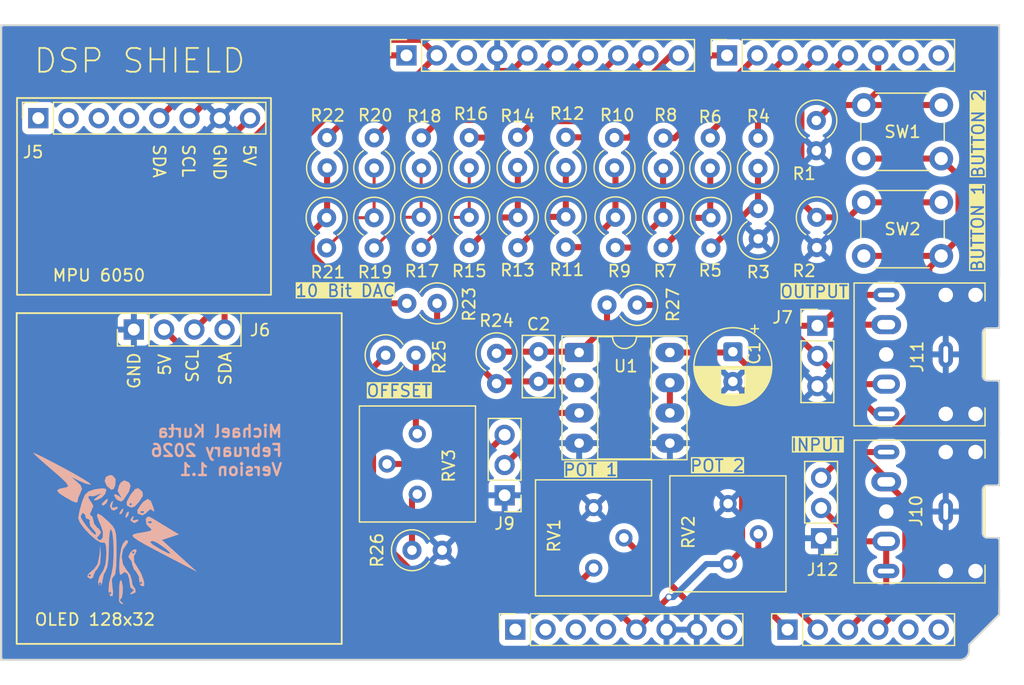
<source format=kicad_pcb>
(kicad_pcb (version 20241229) (generator "pcbnew") (generator_version "9.0")
  (title_block (date "mar. 31 mars 2015"))
  (layers (0 "F.Cu" signal) (2 "B.Cu" power) (13 "F.Paste" user) (15 "B.Paste" user) (5 "F.SilkS" user "F.Silkscreen") (7 "B.SilkS" user "B.Silkscreen") (1 "F.Mask" user) (3 "B.Mask" user) (25 "Edge.Cuts" user))
  (net 0 "")
  (net 1 "GND")
  (net 3 "+5V")
  (net 4 "/IOREF")
  (net 5 "/A0")
  (net 6 "/A1")
  (net 7 "/SDA{slash}A4")
  (net 8 "/SCL{slash}A5")
  (net 9 "/AREF")
  (net 10 "/TX{slash}1")
  (net 11 "/RX{slash}0")
  (net 12 "+3V3")
  (net 13 "VCC")
  (net 14 "/~{RESET}")
  (net 15 "/SCL")
  (net 16 "/SDA")
  (net 17 "Net-(U1B--)")
  (net 18 "Net-(R26-Pad1)")
  (net 19 "Net-(R25-Pad2)")
  (net 20 "Net-(R21-Pad1)")
  (net 21 "/BT1")
  (net 22 "/BT2")
  (net 23 "Net-(R19-Pad1)")
  (net 24 "Net-(R17-Pad1)")
  (net 25 "/D7")
  (net 26 "/D8")
  (net 27 "/D9")
  (net 28 "/D6")
  (net 29 "/D4")
  (net 30 "/D5")
  (net 31 "/IN_RIGHT")
  (net 32 "/IN_LEFT")
  (net 33 "/D3")
  (net 34 "/D2")
  (net 35 "/D0")
  (net 36 "/D1")
  (net 37 "Net-(R15-Pad1)")
  (net 38 "Net-(R13-Pad1)")
  (net 39 "Net-(R11-Pad1)")
  (net 40 "Net-(R10-Pad1)")
  (net 41 "Net-(R7-Pad1)")
  (net 42 "Net-(R5-Pad1)")
  (net 43 "Net-(R3-Pad2)")
  (net 44 "Net-(J9-Pin_2)")
  (net 45 "Net-(J9-Pin_3)")
  (net 46 "/AUDIO_OUT")
  (net 47 "Net-(U1A--)")
  (net 48 "Net-(C2-Pad2)")
  (footprint "Connector_PinSocket_2.54mm:PinSocket_1x08_P2.54mm_Vertical" (layer "F.Cu") (at 127.94 97.46 90)
    (property "Reference" "J1" (hide yes))
    (property "Value" "Power")
    (pad "1" thru_hole rect (at 0 0 90) (size 1.7 1.7) (drill 1) (layers "*.Cu" "*.Mask"))
    (pad "2" thru_hole oval (at 0 2.54 90) (size 1.7 1.7) (drill 1) (layers "*.Cu" "*.Mask") (net 4 "/IOREF"))
    (pad "3" thru_hole oval (at 0 5.08 90) (size 1.7 1.7) (drill 1) (layers "*.Cu" "*.Mask") (net 14 "/~{RESET}"))
    (pad "4" thru_hole oval (at 0 7.62 90) (size 1.7 1.7) (drill 1) (layers "*.Cu" "*.Mask") (net 12 "+3V3"))
    (pad "5" thru_hole oval (at 0 10.16 90) (size 1.7 1.7) (drill 1) (layers "*.Cu" "*.Mask") (net 3 "+5V"))
    (pad "6" thru_hole oval (at 0 12.7 90) (size 1.7 1.7) (drill 1) (layers "*.Cu" "*.Mask") (net 1 "GND"))
    (pad "7" thru_hole oval (at 0 15.24 90) (size 1.7 1.7) (drill 1) (layers "*.Cu" "*.Mask") (net 1 "GND"))
    (pad "8" thru_hole oval (at 0 17.78 90) (size 1.7 1.7) (drill 1) (layers "*.Cu" "*.Mask") (net 13 "VCC"))
  )
  (footprint "Connector_PinSocket_2.54mm:PinSocket_1x06_P2.54mm_Vertical" (layer "F.Cu") (at 150.8 97.46 90)
    (property "Reference" "J3" (hide yes))
    (property "Value" "Analog")
    (pad "1" thru_hole rect (at 0 0 90) (size 1.7 1.7) (drill 1) (layers "*.Cu" "*.Mask") (net 5 "/A0"))
    (pad "2" thru_hole oval (at 0 2.54 90) (size 1.7 1.7) (drill 1) (layers "*.Cu" "*.Mask") (net 6 "/A1"))
    (pad "3" thru_hole oval (at 0 5.08 90) (size 1.7 1.7) (drill 1) (layers "*.Cu" "*.Mask") (net 31 "/IN_RIGHT"))
    (pad "4" thru_hole oval (at 0 7.62 90) (size 1.7 1.7) (drill 1) (layers "*.Cu" "*.Mask") (net 32 "/IN_LEFT"))
    (pad "5" thru_hole oval (at 0 10.16 90) (size 1.7 1.7) (drill 1) (layers "*.Cu" "*.Mask") (net 7 "/SDA{slash}A4"))
    (pad "6" thru_hole oval (at 0 12.7 90) (size 1.7 1.7) (drill 1) (layers "*.Cu" "*.Mask") (net 8 "/SCL{slash}A5"))
  )
  (footprint "Connector_PinSocket_2.54mm:PinSocket_1x10_P2.54mm_Vertical" (layer "F.Cu") (at 118.796 49.2 90)
    (property "Reference" "J2" (hide yes))
    (property "Value" "Digital/PWM")
    (pad "1" thru_hole rect (at 0 0 90) (size 1.7 1.7) (drill 1) (layers "*.Cu" "*.Mask") (net 15 "/SCL"))
    (pad "2" thru_hole oval (at 0 2.54 90) (size 1.7 1.7) (drill 1) (layers "*.Cu" "*.Mask") (net 16 "/SDA"))
    (pad "3" thru_hole oval (at 0 5.08 90) (size 1.7 1.7) (drill 1) (layers "*.Cu" "*.Mask") (net 9 "/AREF"))
    (pad "4" thru_hole oval (at 0 7.62 90) (size 1.7 1.7) (drill 1) (layers "*.Cu" "*.Mask") (net 1 "GND"))
    (pad "5" thru_hole oval (at 0 10.16 90) (size 1.7 1.7) (drill 1) (layers "*.Cu" "*.Mask") (net 27 "/D9"))
    (pad "6" thru_hole oval (at 0 12.7 90) (size 1.7 1.7) (drill 1) (layers "*.Cu" "*.Mask") (net 26 "/D8"))
    (pad "7" thru_hole oval (at 0 15.24 90) (size 1.7 1.7) (drill 1) (layers "*.Cu" "*.Mask") (net 25 "/D7"))
    (pad "8" thru_hole oval (at 0 17.78 90) (size 1.7 1.7) (drill 1) (layers "*.Cu" "*.Mask") (net 28 "/D6"))
    (pad "9" thru_hole oval (at 0 20.32 90) (size 1.7 1.7) (drill 1) (layers "*.Cu" "*.Mask") (net 30 "/D5"))
    (pad "10" thru_hole oval (at 0 22.86 90) (size 1.7 1.7) (drill 1) (layers "*.Cu" "*.Mask") (net 29 "/D4"))
  )
  (footprint "Connector_PinSocket_2.54mm:PinSocket_1x08_P2.54mm_Vertical" (layer "F.Cu") (at 145.72 49.2 90)
    (property "Reference" "J4" (hide yes))
    (property "Value" "Digital/PWM")
    (pad "1" thru_hole rect (at 0 0 90) (size 1.7 1.7) (drill 1) (layers "*.Cu" "*.Mask") (net 33 "/D3"))
    (pad "2" thru_hole oval (at 0 2.54 90) (size 1.7 1.7) (drill 1) (layers "*.Cu" "*.Mask") (net 34 "/D2"))
    (pad "3" thru_hole oval (at 0 5.08 90) (size 1.7 1.7) (drill 1) (layers "*.Cu" "*.Mask") (net 36 "/D1"))
    (pad "4" thru_hole oval (at 0 7.62 90) (size 1.7 1.7) (drill 1) (layers "*.Cu" "*.Mask") (net 35 "/D0"))
    (pad "5" thru_hole oval (at 0 10.16 90) (size 1.7 1.7) (drill 1) (layers "*.Cu" "*.Mask") (net 22 "/BT2"))
    (pad "6" thru_hole oval (at 0 12.7 90) (size 1.7 1.7) (drill 1) (layers "*.Cu" "*.Mask") (net 21 "/BT1"))
    (pad "7" thru_hole oval (at 0 15.24 90) (size 1.7 1.7) (drill 1) (layers "*.Cu" "*.Mask") (net 10 "/TX{slash}1"))
    (pad "8" thru_hole oval (at 0 17.78 90) (size 1.7 1.7) (drill 1) (layers "*.Cu" "*.Mask") (net 11 "/RX{slash}0"))
  )
  (footprint "Resistor_THT:R_Axial_DIN0309_L9.0mm_D3.2mm_P2.54mm_Vertical" (layer "F.Cu") (at 136.35 62.81 -90)
    (property "Reference" "R9" (at 4.52 -0.33 180) (layer "F.SilkS"))
    (property "Value" "10k")
    (pad "1" thru_hole circle (at 0 0 270) (size 1.6 1.6) (drill 0.8) (layers "*.Cu" "*.Mask") (net 40 "Net-(R10-Pad1)"))
    (pad "2" thru_hole circle (at 2.54 0 270) (size 1.6 1.6) (drill 0.8) (layers "*.Cu" "*.Mask") (net 41 "Net-(R7-Pad1)"))
  )
  (footprint "Resistor_THT:R_Axial_DIN0309_L9.0mm_D3.2mm_P2.54mm_Vertical" (layer "F.Cu") (at 128.15 62.82 -90)
    (property "Reference" "R13" (at 4.44 0.02 180) (layer "F.SilkS"))
    (property "Value" "10k")
    (pad "1" thru_hole circle (at 0 0 270) (size 1.6 1.6) (drill 0.8) (layers "*.Cu" "*.Mask") (net 38 "Net-(R13-Pad1)"))
    (pad "2" thru_hole circle (at 2.54 0 270) (size 1.6 1.6) (drill 0.8) (layers "*.Cu" "*.Mask") (net 39 "Net-(R11-Pad1)"))
  )
  (footprint "Resistor_THT:R_Axial_DIN0309_L9.0mm_D3.2mm_P2.54mm_Vertical" (layer "F.Cu") (at 128.13 58.62 90)
    (property "Reference" "R14" (at 4.33 0 180) (layer "F.SilkS"))
    (property "Value" "20k")
    (pad "1" thru_hole circle (at 0 0 90) (size 1.6 1.6) (drill 0.8) (layers "*.Cu" "*.Mask") (net 38 "Net-(R13-Pad1)"))
    (pad "2" thru_hole circle (at 2.54 0 90) (size 1.6 1.6) (drill 0.8) (layers "*.Cu" "*.Mask") (net 30 "/D5"))
  )
  (footprint "Resistor_THT:R_Axial_DIN0309_L9.0mm_D3.2mm_P2.54mm_Vertical" (layer "F.Cu") (at 120.05 58.67 90)
    (property "Reference" "R18" (at 4.36 0.24 180) (layer "F.SilkS"))
    (property "Value" "20k")
    (pad "1" thru_hole circle (at 0 0 90) (size 1.6 1.6) (drill 0.8) (layers "*.Cu" "*.Mask") (net 24 "Net-(R17-Pad1)"))
    (pad "2" thru_hole circle (at 2.54 0 90) (size 1.6 1.6) (drill 0.8) (layers "*.Cu" "*.Mask") (net 25 "/D7"))
  )
  (footprint "Resistor_THT:R_Axial_DIN0309_L9.0mm_D3.2mm_P2.54mm_Vertical" (layer "F.Cu") (at 148.32 58.69 90)
    (property "Reference" "R4" (at 4.38 0.03 180) (layer "F.SilkS"))
    (property "Value" "20k")
    (pad "1" thru_hole circle (at 0 0 90) (size 1.6 1.6) (drill 0.8) (layers "*.Cu" "*.Mask") (net 43 "Net-(R3-Pad2)"))
    (pad "2" thru_hole circle (at 2.54 0 90) (size 1.6 1.6) (drill 0.8) (layers "*.Cu" "*.Mask") (net 35 "/D0"))
  )
  (footprint "Resistor_THT:R_Axial_DIN0309_L9.0mm_D3.2mm_P2.54mm_Vertical" (layer "F.Cu") (at 124.07 62.81 -90)
    (property "Reference" "R15" (at 4.52 0 180) (layer "F.SilkS"))
    (property "Value" "10k")
    (pad "1" thru_hole circle (at 0 0 270) (size 1.6 1.6) (drill 0.8) (layers "*.Cu" "*.Mask") (net 37 "Net-(R15-Pad1)"))
    (pad "2" thru_hole circle (at 2.54 0 270) (size 1.6 1.6) (drill 0.8) (layers "*.Cu" "*.Mask") (net 38 "Net-(R13-Pad1)"))
  )
  (footprint "Resistor_THT:R_Axial_DIN0309_L9.0mm_D3.2mm_P2.54mm_Vertical" (layer "F.Cu") (at 116.08 62.84 -90)
    (property "Reference" "R19" (at 4.58 -0.08 180) (layer "F.SilkS"))
    (property "Value" "10k")
    (pad "1" thru_hole circle (at 0 0 270) (size 1.6 1.6) (drill 0.8) (layers "*.Cu" "*.Mask") (net 23 "Net-(R19-Pad1)"))
    (pad "2" thru_hole circle (at 2.54 0 270) (size 1.6 1.6) (drill 0.8) (layers "*.Cu" "*.Mask") (net 24 "Net-(R17-Pad1)"))
  )
  (footprint "Capacitor_THT:C_Disc_D5.0mm_W2.5mm_P2.50mm" (layer "F.Cu") (at 129.89 76.6 90)
    (property "Reference" "C2" (at 4.81 0 0) (layer "F.SilkS"))
    (property "Value" "100pF")
    (pad "1" thru_hole circle (at 0 0 90) (size 1.6 1.6) (drill 0.8) (layers "*.Cu" "*.Mask") (net 47 "Net-(U1A--)"))
    (pad "2" thru_hole circle (at 2.5 0 90) (size 1.6 1.6) (drill 0.8) (layers "*.Cu" "*.Mask") (net 48 "Net-(C2-Pad2)"))
  )
  (footprint "Resistor_THT:R_Axial_DIN0309_L9.0mm_D3.2mm_P2.54mm_Vertical" (layer "F.Cu") (at 140.35 62.82 -90)
    (property "Reference" "R7" (at 4.51 -0.18 180) (layer "F.SilkS"))
    (property "Value" "10k")
    (pad "1" thru_hole circle (at 0 0 270) (size 1.6 1.6) (drill 0.8) (layers "*.Cu" "*.Mask") (net 41 "Net-(R7-Pad1)"))
    (pad "2" thru_hole circle (at 2.54 0 270) (size 1.6 1.6) (drill 0.8) (layers "*.Cu" "*.Mask") (net 42 "Net-(R5-Pad1)"))
  )
  (footprint "Resistor_THT:R_Axial_DIN0309_L9.0mm_D3.2mm_P2.54mm_Vertical" (layer "F.Cu") (at 112.09 62.84 -90)
    (property "Reference" "R21" (at 4.58 -0.1 180) (layer "F.SilkS"))
    (property "Value" "10k")
    (pad "1" thru_hole circle (at 0 0 270) (size 1.6 1.6) (drill 0.8) (layers "*.Cu" "*.Mask") (net 20 "Net-(R21-Pad1)"))
    (pad "2" thru_hole circle (at 2.54 0 270) (size 1.6 1.6) (drill 0.8) (layers "*.Cu" "*.Mask") (net 23 "Net-(R19-Pad1)"))
  )
  (footprint "Button_Switch_THT:SW_PUSH_6mm" (layer "F.Cu") (at 163.71 66.05 180)
    (property "Reference" "SW2" (at 3.25 2.25 0) (layer "F.SilkS"))
    (property "Value" "BT_2")
    (pad "1" thru_hole circle (at 0 0 270) (size 2 2) (drill 1.1) (layers "*.Cu" "*.Mask") (net 3 "+5V"))
    (pad "1" thru_hole circle (at 6.5 0 270) (size 2 2) (drill 1.1) (layers "*.Cu" "*.Mask") (net 3 "+5V"))
    (pad "2" thru_hole circle (at 0 4.5 270) (size 2 2) (drill 1.1) (layers "*.Cu" "*.Mask") (net 22 "/BT2"))
    (pad "2" thru_hole circle (at 6.5 4.5 270) (size 2 2) (drill 1.1) (layers "*.Cu" "*.Mask") (net 22 "/BT2"))
  )
  (footprint "Resistor_THT:R_Axial_DIN0309_L9.0mm_D3.2mm_P2.54mm_Vertical" (layer "F.Cu") (at 116.09 58.67 90)
    (property "Reference" "R20" (at 4.44 0.09 180) (layer "F.SilkS"))
    (property "Value" "20k")
    (pad "1" thru_hole circle (at 0 0 90) (size 1.6 1.6) (drill 0.8) (layers "*.Cu" "*.Mask") (net 23 "Net-(R19-Pad1)"))
    (pad "2" thru_hole circle (at 2.54 0 90) (size 1.6 1.6) (drill 0.8) (layers "*.Cu" "*.Mask") (net 26 "/D8"))
  )
  (footprint "Resistor_THT:R_Axial_DIN0309_L9.0mm_D3.2mm_P2.54mm_Vertical" (layer "F.Cu") (at 144.31 58.68 90)
    (property "Reference" "R6" (at 4.3 0 180) (layer "F.SilkS"))
    (property "Value" "20k")
    (pad "1" thru_hole circle (at 0 0 90) (size 1.6 1.6) (drill 0.8) (layers "*.Cu" "*.Mask") (net 42 "Net-(R5-Pad1)"))
    (pad "2" thru_hole circle (at 2.54 0 90) (size 1.6 1.6) (drill 0.8) (layers "*.Cu" "*.Mask") (net 36 "/D1"))
  )
  (footprint "Connector_PinHeader_2.54mm:PinHeader_1x03_P2.54mm_Vertical" (layer "F.Cu") (at 153.31 71.92)
    (property "Reference" "J7" (at -2.923 -0.695 0) (layer "F.SilkS"))
    (property "Value" "AUDIO_OUT")
    (pad "1" thru_hole rect (at 0 0) (size 1.7 1.7) (drill 1) (layers "*.Cu" "*.Mask") (net 46 "/AUDIO_OUT"))
    (pad "2" thru_hole circle (at 0 2.54) (size 1.7 1.7) (drill 1) (layers "*.Cu" "*.Mask") (net 46 "/AUDIO_OUT"))
    (pad "3" thru_hole circle (at 0 5.08) (size 1.7 1.7) (drill 1) (layers "*.Cu" "*.Mask") (net 1 "GND"))
  )
  (footprint "Resistor_THT:R_Axial_DIN0309_L9.0mm_D3.2mm_P2.54mm_Vertical" (layer "F.Cu") (at 136.27 58.65 90)
    (property "Reference" "R10" (at 4.43 0.23 180) (layer "F.SilkS"))
    (property "Value" "20k")
    (pad "1" thru_hole circle (at 0 0 90) (size 1.6 1.6) (drill 0.8) (layers "*.Cu" "*.Mask") (net 40 "Net-(R10-Pad1)"))
    (pad "2" thru_hole circle (at 2.54 0 90) (size 1.6 1.6) (drill 0.8) (layers "*.Cu" "*.Mask") (net 33 "/D3"))
  )
  (footprint "Connector_PinSocket_2.54mm:PinSocket_1x08_P2.54mm_Vertical" (layer "F.Cu") (at 87.877 54.475 90)
    (property "Reference" "J5" (at -2.85 -0.44 0) (layer "F.SilkS"))
    (property "Value" "IMU_CONN")
    (pad "1" thru_hole rect (at 0 0 90) (size 1.7 1.7) (drill 1) (layers "*.Cu" "*.Mask"))
    (pad "2" thru_hole circle (at 0 2.54 90) (size 1.7 1.7) (drill 1) (layers "*.Cu" "*.Mask"))
    (pad "3" thru_hole circle (at 0 5.08 90) (size 1.7 1.7) (drill 1) (layers "*.Cu" "*.Mask"))
    (pad "4" thru_hole circle (at 0 7.62 90) (size 1.7 1.7) (drill 1) (layers "*.Cu" "*.Mask"))
    (pad "5" thru_hole circle (at 0 10.16 90) (size 1.7 1.7) (drill 1) (layers "*.Cu" "*.Mask") (net 16 "/SDA"))
    (pad "6" thru_hole circle (at 0 12.7 90) (size 1.7 1.7) (drill 1) (layers "*.Cu" "*.Mask") (net 15 "/SCL"))
    (pad "7" thru_hole circle (at 0 15.24 90) (size 1.7 1.7) (drill 1) (layers "*.Cu" "*.Mask") (net 1 "GND"))
    (pad "8" thru_hole circle (at 0 17.78 90) (size 1.7 1.7) (drill 1) (layers "*.Cu" "*.Mask") (net 3 "+5V"))
  )
  (footprint "Resistor_THT:R_Axial_DIN0309_L9.0mm_D3.2mm_P2.54mm_Vertical" (layer "F.Cu") (at 119.26 90.79)
    (property "Reference" "R26" (at -2.93 0 90) (layer "F.SilkS"))
    (property "Value" "20k")
    (pad "1" thru_hole circle (at 0 0) (size 1.6 1.6) (drill 0.8) (layers "*.Cu" "*.Mask") (net 18 "Net-(R26-Pad1)"))
    (pad "2" thru_hole circle (at 2.54 0) (size 1.6 1.6) (drill 0.8) (layers "*.Cu" "*.Mask") (net 1 "GND"))
  )
  (footprint "Connector_Audio:Jack_3.5mm_CUI_SJ1-3525N_Horizontal" (layer "F.Cu") (at 164.09 74.33 90)
    (property "Reference" "J11" (at -0.19 -2.4 90) (layer "F.SilkS"))
    (property "Value" "AudioJack5")
    (fp_line (start 1.8 3.1) (end -1.8 3.1) (stroke (width 0.12)) (layer "Edge.Cuts"))
    (fp_line (start 2.2 3.5) (end 2.2 4.5) (stroke (width 0.12)) (layer "Edge.Cuts"))
    (fp_line (start -2.2 3.5) (end -2.2 4.5) (stroke (width 0.12)) (layer "Edge.Cuts"))
    (fp_line (start 2.2 4.5) (end 6.5 4.5) (stroke (width 0.12)) (layer "Edge.Cuts"))
    (fp_line (start -2.2 4.5) (end -6.5 4.5) (stroke (width 0.12)) (layer "Edge.Cuts"))
    (fp_arc (start 1.8 3.1) (mid 2.082843 3.217157) (end 2.2 3.5) (stroke (width 0.12)) (layer "Edge.Cuts"))
    (fp_arc (start -2.2 3.5) (mid -2.082842 3.217158) (end -1.8 3.1) (stroke (width 0.12)) (layer "Edge.Cuts"))
    (pad "" np_thru_hole circle (at -5 0 90) (size 1.2 1.2) (drill 1.2) (layers "*.Cu" "*.Mask"))
    (pad "" np_thru_hole circle (at -5 2.5 90) (size 1.2 1.2) (drill 1.2) (layers "*.Cu" "*.Mask"))
    (pad "" np_thru_hole circle (at 0 -5 90) (size 1.2 1.2) (drill 1.2) (layers "*.Cu" "*.Mask"))
    (pad "" np_thru_hole circle (at 5 0 90) (size 1.2 1.2) (drill 1.2) (layers "*.Cu" "*.Mask"))
    (pad "" np_thru_hole circle (at 5 2.5 90) (size 1.2 1.2) (drill 1.2) (layers "*.Cu" "*.Mask"))
    (pad "R" thru_hole oval (at -5 -5 90) (size 1.2 2.2) (drill oval 0.4 1.4) (layers "*.Cu" "*.Mask") (net 46 "/AUDIO_OUT"))
    (pad "RN" thru_hole oval (at -2.5 -5 90) (size 1.6 2.3) (drill oval 0.8 1.5) (layers "*.Cu" "*.Mask") (net 46 "/AUDIO_OUT"))
    (pad "S" thru_hole oval (at 0 0 90) (size 2.2 1.2) (drill oval 1.4 0.4) (layers "*.Cu" "*.Mask") (net 1 "GND"))
    (pad "T" thru_hole oval (at 5 -5 270) (size 1.2 2.2) (drill oval 0.4 1.4) (layers "*.Cu" "*.Mask") (net 46 "/AUDIO_OUT"))
    (pad "TN" thru_hole oval (at 2.5 -5 270) (size 1.6 2.5) (drill oval 0.8 1.5) (layers "*.Cu" "*.Mask") (net 46 "/AUDIO_OUT"))
  )
  (footprint "Resistor_THT:R_Axial_DIN0309_L9.0mm_D3.2mm_P2.54mm_Vertical" (layer "F.Cu") (at 144.37 62.85 -90)
    (property "Reference" "R5" (at 4.43 0.06 0) (layer "F.SilkS"))
    (property "Value" "10k")
    (pad "1" thru_hole circle (at 0 0 270) (size 1.6 1.6) (drill 0.8) (layers "*.Cu" "*.Mask") (net 42 "Net-(R5-Pad1)"))
    (pad "2" thru_hole circle (at 2.54 0 270) (size 1.6 1.6) (drill 0.8) (layers "*.Cu" "*.Mask") (net 43 "Net-(R3-Pad2)"))
  )
  (footprint "Capacitor_THT:CP_Radial_D6.3mm_P2.50mm" (layer "F.Cu") (at 146.21 74.10762 -90)
    (property "Reference" "C1" (at 0.112985 -1.793255 90) (layer "F.SilkS"))
    (property "Value" "47uF")
    (pad "1" thru_hole roundrect (at 0 0 270) (size 1.6 1.6) (drill 0.8) (layers "*.Cu" "*.Mask") (roundrect_rratio 0.15625) (net 3 "+5V"))
    (pad "2" thru_hole circle (at 2.5 0 270) (size 1.6 1.6) (drill 0.8) (layers "*.Cu" "*.Mask") (net 1 "GND"))
  )
  (footprint "Resistor_THT:R_Axial_DIN0309_L9.0mm_D3.2mm_P2.54mm_Vertical" (layer "F.Cu") (at 126.36 74.24 -90)
    (property "Reference" "R24" (at -2.74 0 0) (layer "F.SilkS"))
    (property "Value" "20k")
    (pad "1" thru_hole circle (at 0 0 270) (size 1.6 1.6) (drill 0.8) (layers "*.Cu" "*.Mask") (net 48 "Net-(C2-Pad2)"))
    (pad "2" thru_hole circle (at 2.54 0 270) (size 1.6 1.6) (drill 0.8) (layers "*.Cu" "*.Mask") (net 47 "Net-(U1A--)"))
  )
  (footprint "Resistor_THT:R_Axial_DIN0309_L9.0mm_D3.2mm_P2.54mm_Vertical" (layer "F.Cu") (at 132.18 58.62 90)
    (property "Reference" "R12" (at 4.53 0.11 180) (layer "F.SilkS"))
    (property "Value" "20k")
    (pad "1" thru_hole circle (at 0 0 90) (size 1.6 1.6) (drill 0.8) (layers "*.Cu" "*.Mask") (net 39 "Net-(R11-Pad1)"))
    (pad "2" thru_hole circle (at 2.54 0 90) (size 1.6 1.6) (drill 0.8) (layers "*.Cu" "*.Mask") (net 29 "/D4"))
  )
  (footprint "Button_Switch_THT:SW_PUSH_6mm" (layer "F.Cu") (at 163.71 57.87 180)
    (property "Reference" "SW1" (at 3.25 2.25 0) (layer "F.SilkS"))
    (property "Value" "BT_1")
    (pad "1" thru_hole circle (at 0 0 270) (size 2 2) (drill 1.1) (layers "*.Cu" "*.Mask") (net 3 "+5V"))
    (pad "1" thru_hole circle (at 6.5 0 270) (size 2 2) (drill 1.1) (layers "*.Cu" "*.Mask") (net 3 "+5V"))
    (pad "2" thru_hole circle (at 0 4.5 270) (size 2 2) (drill 1.1) (layers "*.Cu" "*.Mask") (net 21 "/BT1"))
    (pad "2" thru_hole circle (at 6.5 4.5 270) (size 2 2) (drill 1.1) (layers "*.Cu" "*.Mask") (net 21 "/BT1"))
  )
  (footprint "Resistor_THT:R_Axial_DIN0309_L9.0mm_D3.2mm_P2.54mm_Vertical" (layer "F.Cu") (at 132.18 62.77 -90)
    (property "Reference" "R11" (at 4.45 -0.09 180) (layer "F.SilkS"))
    (property "Value" "10k")
    (pad "1" thru_hole circle (at 0 0 270) (size 1.6 1.6) (drill 0.8) (layers "*.Cu" "*.Mask") (net 39 "Net-(R11-Pad1)"))
    (pad "2" thru_hole circle (at 2.54 0 270) (size 1.6 1.6) (drill 0.8) (layers "*.Cu" "*.Mask") (net 40 "Net-(R10-Pad1)"))
  )
  (footprint "Resistor_THT:R_Axial_DIN0309_L9.0mm_D3.2mm_P2.54mm_Vertical" (layer "F.Cu") (at 112.13 58.65 90)
    (property "Reference" "R22" (at 4.4 0.04 180) (layer "F.SilkS"))
    (property "Value" "20k")
    (pad "1" thru_hole circle (at 0 0 90) (size 1.6 1.6) (drill 0.8) (layers "*.Cu" "*.Mask") (net 20 "Net-(R21-Pad1)"))
    (pad "2" thru_hole circle (at 2.54 0 90) (size 1.6 1.6) (drill 0.8) (layers "*.Cu" "*.Mask") (net 27 "/D9"))
  )
  (footprint "Connector_PinHeader_2.54mm:PinHeader_1x03_P2.54mm_Vertical" (layer "F.Cu") (at 153.62 89.78 180)
    (property "Reference" "J12" (at -0.13 -2.64 0) (layer "F.SilkS"))
    (property "Value" "AUDIO_IN")
    (pad "1" thru_hole rect (at 0 0 180) (size 1.7 1.7) (drill 1) (layers "*.Cu" "*.Mask") (net 1 "GND"))
    (pad "2" thru_hole circle (at 0 2.54 180) (size 1.7 1.7) (drill 1) (layers "*.Cu" "*.Mask") (net 31 "/IN_RIGHT"))
    (pad "3" thru_hole circle (at 0 5.08 180) (size 1.7 1.7) (drill 1) (layers "*.Cu" "*.Mask") (net 32 "/IN_LEFT"))
  )
  (footprint "Resistor_THT:R_Axial_DIN0309_L9.0mm_D3.2mm_P2.54mm_Vertical" (layer "F.Cu") (at 153.22 54.67 -90)
    (property "Reference" "R1" (at 4.48 1.02 180) (layer "F.SilkS"))
    (property "Value" "100k")
    (pad "1" thru_hole circle (at 0 0 270) (size 1.6 1.6) (drill 0.8) (layers "*.Cu" "*.Mask") (net 21 "/BT1"))
    (pad "2" thru_hole circle (at 2.54 0 270) (size 1.6 1.6) (drill 0.8) (layers "*.Cu" "*.Mask") (net 1 "GND"))
  )
  (footprint "Resistor_THT:R_Axial_DIN0309_L9.0mm_D3.2mm_P2.54mm_Vertical" (layer "F.Cu") (at 138.18 70.18 180)
    (property "Reference" "R27" (at -3 0.02 90) (layer "F.SilkS"))
    (property "Value" "1k")
    (pad "1" thru_hole circle (at 0 0 180) (size 1.6 1.6) (drill 0.8) (layers "*.Cu" "*.Mask") (net 46 "/AUDIO_OUT"))
    (pad "2" thru_hole circle (at 2.54 0 180) (size 1.6 1.6) (drill 0.8) (layers "*.Cu" "*.Mask") (net 48 "Net-(C2-Pad2)"))
  )
  (footprint "Resistor_THT:R_Axial_DIN0309_L9.0mm_D3.2mm_P2.54mm_Vertical" (layer "F.Cu") (at 120.03 62.8 -90)
    (property "Reference" "R17" (at 4.53 -0.07 180) (layer "F.SilkS"))
    (property "Value" "10k")
    (pad "1" thru_hole circle (at 0 0 270) (size 1.6 1.6) (drill 0.8) (layers "*.Cu" "*.Mask") (net 24 "Net-(R17-Pad1)"))
    (pad "2" thru_hole circle (at 2.54 0 270) (size 1.6 1.6) (drill 0.8) (layers "*.Cu" "*.Mask") (net 37 "Net-(R15-Pad1)"))
  )
  (footprint "Resistor_THT:R_Axial_DIN0309_L9.0mm_D3.2mm_P2.54mm_Vertical" (layer "F.Cu") (at 117.047 74.4)
    (property "Reference" "R25" (at 4.51 0.15 90) (layer "F.SilkS"))
    (property "Value" "20k")
    (pad "1" thru_hole circle (at 0 0) (size 1.6 1.6) (drill 0.8) (layers "*.Cu" "*.Mask") (net 3 "+5V"))
    (pad "2" thru_hole circle (at 2.54 0) (size 1.6 1.6) (drill 0.8) (layers "*.Cu" "*.Mask") (net 19 "Net-(R25-Pad2)"))
  )
  (footprint "Resistor_THT:R_Axial_DIN0309_L9.0mm_D3.2mm_P2.54mm_Vertical" (layer "F.Cu") (at 124.07 58.65 90)
    (property "Reference" "R16" (at 4.53 0.15 180) (layer "F.SilkS"))
    (property "Value" "20k")
    (pad "1" thru_hole circle (at 0 0 90) (size 1.6 1.6) (drill 0.8) (layers "*.Cu" "*.Mask") (net 37 "Net-(R15-Pad1)"))
    (pad "2" thru_hole circle (at 2.54 0 90) (size 1.6 1.6) (drill 0.8) (layers "*.Cu" "*.Mask") (net 28 "/D6"))
  )
  (footprint "Potentiometer_THT:Potentiometer_Bourns_3386P_Vertical" (layer "F.Cu") (at 134.522 92.29)
    (property "Reference" "RV1" (at -3.32 -2.72 90) (layer "F.SilkS"))
    (property "Value" "100k")
    (pad "1" thru_hole circle (at 0 0) (size 1.44 1.44) (drill 0.8) (layers "*.Cu" "*.Mask") (net 3 "+5V"))
    (pad "2" thru_hole circle (at 2.54 -2.54) (size 1.44 1.44) (drill 0.8) (layers "*.Cu" "*.Mask") (net 5 "/A0"))
    (pad "3" thru_hole circle (at 0 -5.08) (size 1.44 1.44) (drill 0.8) (layers "*.Cu" "*.Mask") (net 1 "GND"))
  )
  (footprint "Resistor_THT:R_Axial_DIN0309_L9.0mm_D3.2mm_P2.54mm_Vertical" (layer "F.Cu") (at 153.26 62.81 -90)
    (property "Reference" "R2" (at 4.5 1.07 180) (layer "F.SilkS"))
    (property "Value" "100k")
    (pad "1" thru_hole circle (at 0 0 270) (size 1.6 1.6) (drill 0.8) (layers "*.Cu" "*.Mask") (net 22 "/BT2"))
    (pad "2" thru_hole circle (at 2.54 0 270) (size 1.6 1.6) (drill 0.8) (layers "*.Cu" "*.Mask") (net 1 "GND"))
  )
  (footprint "Package_DIP:DIP-8_W7.62mm_Socket_LongPads" (layer "F.Cu") (at 133.3 74.17)
    (property "Reference" "U1" (at 3.92 1.15 0) (layer "F.SilkS"))
    (property "Value" "MCP6002-xP")
    (pad "1" thru_hole roundrect (at 0 0) (size 2.4 1.6) (drill 0.8) (layers "*.Cu" "*.Mask") (roundrect_rratio 0.15625) (net 48 "Net-(C2-Pad2)"))
    (pad "2" thru_hole oval (at 0 2.54) (size 2.4 1.6) (drill 0.8) (layers "*.Cu" "*.Mask") (net 47 "Net-(U1A--)"))
    (pad "3" thru_hole oval (at 0 5.08) (size 2.4 1.6) (drill 0.8) (layers "*.Cu" "*.Mask") (net 44 "Net-(J9-Pin_2)"))
    (pad "4" thru_hole oval (at 0 7.62) (size 2.4 1.6) (drill 0.8) (layers "*.Cu" "*.Mask") (net 1 "GND"))
    (pad "5" thru_hole oval (at 7.62 7.62) (size 2.4 1.6) (drill 0.8) (layers "*.Cu" "*.Mask") (net 1 "GND"))
    (pad "6" thru_hole oval (at 7.62 5.08) (size 2.4 1.6) (drill 0.8) (layers "*.Cu" "*.Mask") (net 17 "Net-(U1B--)"))
    (pad "7" thru_hole oval (at 7.62 2.54) (size 2.4 1.6) (drill 0.8) (layers "*.Cu" "*.Mask") (net 17 "Net-(U1B--)"))
    (pad "8" thru_hole oval (at 7.62 0) (size 2.4 1.6) (drill 0.8) (layers "*.Cu" "*.Mask") (net 3 "+5V"))
  )
  (footprint "Connector_PinHeader_2.54mm:PinHeader_1x03_P2.54mm_Vertical" (layer "F.Cu") (at 127.04 86.17 180)
    (property "Reference" "J9" (at 0 -2.38 0) (layer "F.SilkS"))
    (property "Value" "JUMPER")
    (pad "1" thru_hole rect (at 0 0 180) (size 1.7 1.7) (drill 1) (layers "*.Cu" "*.Mask") (net 1 "GND"))
    (pad "2" thru_hole circle (at 0 2.54 180) (size 1.7 1.7) (drill 1) (layers "*.Cu" "*.Mask") (net 44 "Net-(J9-Pin_2)"))
    (pad "3" thru_hole circle (at 0 5.08 180) (size 1.7 1.7) (drill 1) (layers "*.Cu" "*.Mask") (net 45 "Net-(J9-Pin_3)"))
  )
  (footprint "Resistor_THT:R_Axial_DIN0309_L9.0mm_D3.2mm_P2.54mm_Vertical" (layer "F.Cu") (at 148.34 64.61 90)
    (property "Reference" "R3" (at -2.81 0.01 180) (layer "F.SilkS"))
    (property "Value" "20k")
    (pad "1" thru_hole circle (at 0 0 90) (size 1.6 1.6) (drill 0.8) (layers "*.Cu" "*.Mask") (net 1 "GND"))
    (pad "2" thru_hole circle (at 2.54 0 90) (size 1.6 1.6) (drill 0.8) (layers "*.Cu" "*.Mask") (net 43 "Net-(R3-Pad2)"))
  )
  (footprint "Connector_Audio:Jack_3.5mm_CUI_SJ1-3525N_Horizontal" (layer "F.Cu") (at 164.09 87.54 90)
    (property "Reference" "J10" (at 0.06 -2.49 90) (layer "F.SilkS"))
    (property "Value" "AudioJack5")
    (fp_line (start 1.8 3.1) (end -1.8 3.1) (stroke (width 0.12)) (layer "Edge.Cuts"))
    (fp_line (start 2.2 3.5) (end 2.2 4.5) (stroke (width 0.12)) (layer "Edge.Cuts"))
    (fp_line (start -2.2 3.5) (end -2.2 4.5) (stroke (width 0.12)) (layer "Edge.Cuts"))
    (fp_line (start 2.2 4.5) (end 6.5 4.5) (stroke (width 0.12)) (layer "Edge.Cuts"))
    (fp_line (start -2.2 4.5) (end -6.5 4.5) (stroke (width 0.12)) (layer "Edge.Cuts"))
    (fp_arc (start 1.8 3.1) (mid 2.082843 3.217157) (end 2.2 3.5) (stroke (width 0.12)) (layer "Edge.Cuts"))
    (fp_arc (start -2.2 3.5) (mid -2.082842 3.217158) (end -1.8 3.1) (stroke (width 0.12)) (layer "Edge.Cuts"))
    (pad "" np_thru_hole circle (at -5 0 90) (size 1.2 1.2) (drill 1.2) (layers "*.Cu" "*.Mask"))
    (pad "" np_thru_hole circle (at -5 2.5 90) (size 1.2 1.2) (drill 1.2) (layers "*.Cu" "*.Mask"))
    (pad "" np_thru_hole circle (at 0 -5 90) (size 1.2 1.2) (drill 1.2) (layers "*.Cu" "*.Mask"))
    (pad "" np_thru_hole circle (at 5 0 90) (size 1.2 1.2) (drill 1.2) (layers "*.Cu" "*.Mask"))
    (pad "" np_thru_hole circle (at 5 2.5 90) (size 1.2 1.2) (drill 1.2) (layers "*.Cu" "*.Mask"))
    (pad "R" thru_hole oval (at -5 -5 90) (size 1.2 2.2) (drill oval 0.4 1.4) (layers "*.Cu" "*.Mask") (net 31 "/IN_RIGHT"))
    (pad "RN" thru_hole oval (at -2.5 -5 90) (size 1.6 2.3) (drill oval 0.8 1.5) (layers "*.Cu" "*.Mask") (net 31 "/IN_RIGHT"))
    (pad "S" thru_hole oval (at 0 0 90) (size 2.2 1.2) (drill oval 1.4 0.4) (layers "*.Cu" "*.Mask") (net 1 "GND"))
    (pad "T" thru_hole oval (at 5 -5 270) (size 1.2 2.2) (drill oval 0.4 1.4) (layers "*.Cu" "*.Mask") (net 32 "/IN_LEFT"))
    (pad "TN" thru_hole oval (at 2.5 -5 270) (size 1.6 2.5) (drill oval 0.8 1.5) (layers "*.Cu" "*.Mask") (net 32 "/IN_LEFT"))
  )
  (footprint "Potentiometer_THT:Potentiometer_Bourns_3386P_Vertical" (layer "F.Cu") (at 119.705 81 180)
    (property "Reference" "RV3" (at -2.65 -2.69 90) (layer "F.SilkS"))
    (property "Value" "100k")
    (pad "1" thru_hole circle (at 0 0 180) (size 1.44 1.44) (drill 0.8) (layers "*.Cu" "*.Mask") (net 19 "Net-(R25-Pad2)"))
    (pad "2" thru_hole circle (at 2.54 -2.54 180) (size 1.44 1.44) (drill 0.8) (layers "*.Cu" "*.Mask") (net 45 "Net-(J9-Pin_3)"))
    (pad "3" thru_hole circle (at 0 -5.08 180) (size 1.44 1.44) (drill 0.8) (layers "*.Cu" "*.Mask") (net 18 "Net-(R26-Pad1)"))
  )
  (footprint "Potentiometer_THT:Potentiometer_Bourns_3386P_Vertical" (layer "F.Cu") (at 145.81 91.95)
    (property "Reference" "RV2" (at -3.33 -2.68 90) (layer "F.SilkS"))
    (property "Value" "100k")
    (pad "1" thru_hole circle (at 0 0) (size 1.44 1.44) (drill 0.8) (layers "*.Cu" "*.Mask") (net 3 "+5V"))
    (pad "2" thru_hole circle (at 2.54 -2.54) (size 1.44 1.44) (drill 0.8) (layers "*.Cu" "*.Mask") (net 6 "/A1"))
    (pad "3" thru_hole circle (at 0 -5.08) (size 1.44 1.44) (drill 0.8) (layers "*.Cu" "*.Mask") (net 1 "GND"))
  )
  (footprint "Resistor_THT:R_Axial_DIN0309_L9.0mm_D3.2mm_P2.54mm_Vertical" (layer "F.Cu") (at 140.37 58.69 90)
    (property "Reference" "R8" (at 4.47 0.2 180) (layer "F.SilkS"))
    (property "Value" "20k")
    (pad "1" thru_hole circle (at 0 0 90) (size 1.6 1.6) (drill 0.8) (layers "*.Cu" "*.Mask") (net 41 "Net-(R7-Pad1)"))
    (pad "2" thru_hole circle (at 2.54 0 90) (size 1.6 1.6) (drill 0.8) (layers "*.Cu" "*.Mask") (net 34 "/D2"))
  )
  (footprint "Connector_PinHeader_2.54mm:PinHeader_1x04_P2.54mm_Vertical" (layer "F.Cu") (at 95.9 72.24 90)
    (property "Reference" "J6" (at -0.05 10.6 180) (layer "F.SilkS"))
    (property "Value" "SCREEN_CONN")
    (pad "1" thru_hole rect (at 0 0 90) (size 1.7 1.7) (drill 1) (layers "*.Cu" "*.Mask") (net 1 "GND"))
    (pad "2" thru_hole circle (at 0 2.54 90) (size 1.7 1.7) (drill 1) (layers "*.Cu" "*.Mask") (net 3 "+5V"))
    (pad "3" thru_hole circle (at 0 5.08 90) (size 1.7 1.7) (drill 1) (layers "*.Cu" "*.Mask") (net 15 "/SCL"))
    (pad "4" thru_hole circle (at 0 7.62 90) (size 1.7 1.7) (drill 1) (layers "*.Cu" "*.Mask") (net 16 "/SDA"))
  )
  (footprint "Resistor_THT:R_Axial_DIN0309_L9.0mm_D3.2mm_P2.54mm_Vertical" (layer "F.Cu") (at 121.37 70.04 180)
    (property "Reference" "R23" (at -2.69 -0.08 90) (layer "F.SilkS"))
    (property "Value" "20k")
    (pad "1" thru_hole circle (at 0 0 180) (size 1.6 1.6) (drill 0.8) (layers "*.Cu" "*.Mask") (net 47 "Net-(U1A--)"))
    (pad "2" thru_hole circle (at 2.54 0 180) (size 1.6 1.6) (drill 0.8) (layers "*.Cu" "*.Mask") (net 20 "Net-(R21-Pad1)"))
  )
  (footprint "LOGO" (layer "B.Cu") (at 94.557 88.841776 180)
    (property "Reference" "G***" (hide yes))
    (property "Value" "LOGO" (hide yes))
  )
  (gr_rect (start 86.06 70.86) (end 113.36 98.66) (stroke (width 0.15)) (fill no) (layer "F.SilkS"))
  (gr_rect (start 86.087 52.78) (end 107.417 69.32) (stroke (width 0.15)) (fill no) (layer "F.SilkS"))
  (gr_line (start 100.762 46.66) (end 84.762 46.66) (stroke (width 0.15)) (layer "Edge.Cuts"))
  (gr_line (start 168.58 96.19) (end 168.59 94.04) (stroke (width 0.15)) (layer "Edge.Cuts"))
  (gr_line (start 165.278 100) (end 100.762 100) (stroke (width 0.15)) (layer "Edge.Cuts"))
  (gr_line (start 100.762 46.66) (end 163.5 46.66) (stroke (width 0.15)) (layer "Edge.Cuts"))
  (gr_line (start 168.58 61.9) (end 168.58 46.66) (stroke (width 0.15)) (layer "Edge.Cuts"))
  (gr_line (start 168.58 96.19) (end 166.04 98.73) (stroke (width 0.15)) (layer "Edge.Cuts"))
  (gr_arc (start 166.04 99.238) (mid 165.816815 99.776815) (end 165.278 100) (stroke (width 0.15)) (layer "Edge.Cuts"))
  (gr_line (start 168.59 67.83) (end 168.58 61.9) (stroke (width 0.15)) (layer "Edge.Cuts"))
  (gr_line (start 100.762 100) (end 84.762 100) (stroke (width 0.15)) (layer "Edge.Cuts"))
  (gr_line (start 168.58 46.66) (end 163.5 46.66) (stroke (width 0.15)) (layer "Edge.Cuts"))
  (gr_line (start 166.04 98.73) (end 166.04 99.238) (stroke (width 0.15)) (layer "Edge.Cuts"))
  (gr_line (start 168.59 80.83) (end 168.59 81.04) (stroke (width 0.15)) (layer "Edge.Cuts"))
  (gr_line (start 84.762 100) (end 84.762 46.66) (stroke (width 0.15)) (layer "Edge.Cuts"))
  (gr_text "SCL" (at 99.887 56.575 270) (layer "F.SilkS") (effects (font (size 1 1)) (justify left bottom)))
  (gr_text "BUTTON 2" (at 167.412 59.6 90) (layer "F.SilkS" knockout) (effects (font (size 1 1)) (justify left bottom)))
  (gr_text "GND" (at 102.512 56.55 270) (layer "F.SilkS") (effects (font (size 1 1)) (justify left bottom)))
  (gr_text "DSP SHIELD" (at 87.387 50.825 0) (layer "F.SilkS") (effects (font (size 2 2)) (justify left bottom)))
  (gr_text "BUTTON 1" (at 167.362 67.475 90) (layer "F.SilkS" knockout) (effects (font (size 1 1)) (justify left bottom)))
  (gr_text "POT 2" (at 142.537 84.275 0) (layer "F.SilkS" knockout) (effects (font (size 1 1)) (justify left bottom)))
  (gr_text "OFFSET" (at 115.362 77.975 0) (layer "F.SilkS" knockout) (effects (font (size 1 1)) (justify left bottom)))
  (gr_text "GND" (at 96.512 77.325 90) (layer "F.SilkS") (effects (font (size 1 1)) (justify left bottom)))
  (gr_text "MPU 6050" (at 88.987 68.275 0) (layer "F.SilkS") (effects (font (size 1 1)) (justify left bottom)))
  (gr_text "SDA" (at 104.162 77.025 90) (layer "F.SilkS") (effects (font (size 1 1)) (justify left bottom)))
  (gr_text "OLED 128x32" (at 87.487 97.2 0) (layer "F.SilkS") (effects (font (size 1 1)) (justify left bottom)))
  (gr_text "POT 1" (at 131.887 84.625 0) (layer "F.SilkS" knockout) (effects (font (size 1 1)) (justify left bottom)))
  (gr_text "SDA" (at 97.437 56.575 270) (layer "F.SilkS") (effects (font (size 1 1)) (justify left bottom)))
  (gr_text "SCL" (at 101.412 76.8 90) (layer "F.SilkS") (effects (font (size 1 1)) (justify left bottom)))
  (gr_text "5V" (at 99.087 76.2 90) (layer "F.SilkS") (effects (font (size 1 1)) (justify left bottom)))
  (gr_text "INPUT" (at 151.012 82.525 0) (layer "F.SilkS" knockout) (effects (font (size 1 1)) (justify left bottom)))
  (gr_text "10 Bit DAC" (at 109.387 69.575 0) (layer "F.SilkS" knockout) (effects (font (size 1 1)) (justify left bottom)))
  (gr_text "5V" (at 105.012 56.6 270) (layer "F.SilkS") (effects (font (size 1 1)) (justify left bottom)))
  (gr_text "OUTPUT" (at 150.112 69.65 0) (layer "F.SilkS" knockout) (effects (font (size 1 1)) (justify left bottom)))
  (gr_text "Michael Kurta \nFebruary 2026\nVersion 1.1" (at 108.462 84.6 0) (layer "B.SilkS") (effects (font (size 1 1) (thickness 0.2) (bold yes)) (justify left bottom mirror)))
  (segment (start 105.657 54.475) (end 93.162 66.97) (width 0.508) (layer "F.Cu") (net 3))
  (segment (start 146.985 77.607459) (end 147.465 77.127459) (width 0.508) (layer "F.Cu") (net 3))
  (segment (start 135.59 94.95) (end 138.1 97.46) (width 0.508) (layer "F.Cu") (net 3))
  (segment (start 147.465 75.36262) (end 146.21 74.10762) (width 0.508) (layer "F.Cu") (net 3))
  (segment (start 146.14762 74.17) (end 146.21 74.10762) (width 0.508) (layer "F.Cu") (net 3))
  (segment (start 162.71 77.701995) (end 162.71 67.05) (width 0.508) (layer "F.Cu") (net 3))
  (segment (start 157.21 57.87) (end 163.71 57.87) (width 0.508) (layer "F.Cu") (net 3))
  (segment (start 146.985 90.775) (end 146.985 83.85) (width 0.508) (layer "F.Cu") (net 3))
  (segment (start 134.522 92.29) (end 131.862 94.95) (width 0.508) (layer "F.Cu") (net 3))
  (segment (start 146.985 83.85) (end 146.985 77.607459) (width 0.508) (layer "F.Cu") (net 3))
  (segment (start 157.21 66.05) (end 163.71 66.05) (width 0.508) (layer "F.Cu") (net 3))
  (segment (start 159.536995 80.875) (end 162.71 77.701995) (width 0.508) (layer "F.Cu") (net 3))
  (segment (start 99.487 88.2) (end 99.487 88.85) (width 0.508) (layer "F.Cu") (net 3))
  (segment (start 149.96 80.875) (end 159.536995 80.875) (width 0.508) (layer "F.Cu") (net 3))
  (segment (start 117.047 74.4) (end 115.99 75.457) (width 0.508) (layer "F.Cu") (net 3))
  (segment (start 145.81 91.95) (end 146.985 90.775) (width 0.508) (layer "F.Cu") (net 3))
  (segment (start 99.487 73.287) (end 98.44 72.24) (width 0.508) (layer "F.Cu") (net 3))
  (segment (start 131.537 94.95) (end 135.59 94.95) (width 0.508) (layer "F.Cu") (net 3))
  (segment (start 121.645161 94.95) (end 131.537 94.95) (width 0.508) (layer "F.Cu") (net 3))
  (segment (start 93.162 81.875) (end 99.487 88.2) (width 0.508) (layer "F.Cu") (net 3))
  (segment (start 121.645161 94.95) (end 104.087 94.95) (width 0.508) (layer "F.Cu") (net 3))
  (segment (start 115.99 89.294839) (end 121.645161 94.95) (width 0.508) (layer "F.Cu") (net 3))
  (segment (start 131.862 94.95) (end 131.537 94.95) (width 0.508) (layer "F.Cu") (net 3))
  (segment (start 140.92 74.17) (end 146.14762 74.17) (width 0.508) (layer "F.Cu") (net 3))
  (segment (start 165.165 59.325) (end 165.165 64.595) (width 0.508) (layer "F.Cu") (net 3))
  (segment (start 163.71 57.87) (end 165.165 59.325) (width 0.508) (layer "F.Cu") (net 3))
  (segment (start 138.1 97.46) (end 140.835 94.725) (width 0.508) (layer "F.Cu") (net 3))
  (segment (start 99.487 88.85) (end 99.487 73.287) (width 0.508) (layer "F.Cu") (net 3))
  (segment (start 104.087 94.95) (end 99.487 90.35) (width 0.508) (layer "F.Cu") (net 3))
  (segment (start 162.71 67.05) (end 163.71 66.05) (width 0.508) (layer "F.Cu") (net 3))
  (segment (start 115.99 75.457) (end 115.99 89.294839) (width 0.508) (layer "F.Cu") (net 3))
  (segment (start 93.162 66.97) (end 93.162 81.875) (width 0.508) (layer "F.Cu") (net 3))
  (segment (start 165.165 64.595) (end 163.71 66.05) (width 0.508) (layer "F.Cu") (net 3))
  (segment (start 147.465 77.127459) (end 147.465 75.36262) (width 0.508) (layer "F.Cu") (net 3))
  (segment (start 99.487 90.35) (end 99.487 88.85) (width 0.508) (layer "F.Cu") (net 3))
  (segment (start 146.985 83.85) (end 149.96 80.875) (width 0.508) (layer "F.Cu") (net 3))
  (segment (start 140.835 94.725) (end 140.837 94.725) (width 0.508) (layer "F.Cu") (net 3))
  (via (at 140.837 94.725) (size 0.6) (drill 0.4) (layers "F.Cu" "B.Cu") (net 3))
  (segment (start 140.837 94.725) (end 141.212 94.725) (width 0.508) (layer "B.Cu") (net 3))
  (segment (start 143.987 91.95) (end 145.81 91.95) (width 0.508) (layer "B.Cu") (net 3))
  (segment (start 141.212 94.725) (end 143.987 91.95) (width 0.508) (layer "B.Cu") (net 3))
  (segment (start 142.792 95.48) (end 148.82 95.48) (width 0.508) (layer "F.Cu") (net 5))
  (segment (start 137.062 89.75) (end 142.792 95.48) (width 0.508) (layer "F.Cu") (net 5))
  (segment (start 148.82 95.48) (end 150.8 97.46) (width 0.508) (layer "F.Cu") (net 5))
  (segment (start 148.35 92.47) (end 153.34 97.46) (width 0.508) (layer "F.Cu") (net 6))
  (segment (start 148.35 89.41) (end 148.35 92.47) (width 0.508) (layer "F.Cu") (net 6))
  (segment (start 112.887 49.2) (end 102.012 60.075) (width 0.508) (layer "F.Cu") (net 15))
  (segment (start 102.012 60.075) (end 102.012 71.208) (width 0.508) (layer "F.Cu") (net 15))
  (segment (start 118.796 49.2) (end 112.887 49.2) (width 0.508) (layer "F.Cu") (net 15))
  (segment (start 105.852 49.2) (end 100.577 54.475) (width 0.508) (layer "F.Cu") (net 15))
  (segment (start 102.012 71.208) (end 100.98 72.24) (width 0.508) (layer "F.Cu") (net 15))
  (segment (start 118.796 49.2) (end 105.852 49.2) (width 0.508) (layer "F.Cu") (net 15))
  (segment (start 120.031 47.895) (end 104.617 47.895) (width 0.508) (layer "F.Cu") (net 16))
  (segment (start 121.336 49.2) (end 120.031 47.895) (width 0.508) (layer "F.Cu") (net 16))
  (segment (start 104.617 47.895) (end 98.037 54.475) (width 0.508) (layer "F.Cu") (net 16))
  (segment (start 121.336 49.2) (end 119.336 51.2) (width 0.508) (layer "F.Cu") (net 16))
  (segment (start 103.52 62.945161) (end 103.52 72.24) (width 0.508) (layer "F.Cu") (net 16))
  (segment (start 119.336 51.2) (end 115.265161 51.2) (width 0.508) (layer "F.Cu") (net 16))
  (segment (start 115.265161 51.2) (end 103.52 62.945161) (width 0.508) (layer "F.Cu") (net 16))
  (segment (start 140.92 79.25) (end 140.92 76.71) (width 0.508) (layer "F.Cu") (net 17))
  (segment (start 119.26 86.525) (end 119.705 86.08) (width 0.508) (layer "F.Cu") (net 18))
  (segment (start 119.26 90.79) (end 119.26 86.525) (width 0.508) (layer "F.Cu") (net 18))
  (segment (start 119.587 80.882) (end 119.705 81) (width 0.508) (layer "F.Cu") (net 19))
  (segment (start 119.587 74.4) (end 119.587 80.882) (width 0.508) (layer "F.Cu") (net 19))
  (segment (start 114.975161 70.04) (end 118.83 70.04) (width 0.508) (layer "F.Cu") (net 20))
  (segment (start 112.13 62.8) (end 112.09 62.84) (width 0.508) (layer "F.Cu") (net 20))
  (segment (start 110.835 64.095) (end 110.835 65.899839) (width 0.508) (layer "F.Cu") (net 20))
  (segment (start 110.835 65.899839) (end 114.975161 70.04) (width 0.508) (layer "F.Cu") (net 20))
  (segment (start 112.09 62.84) (end 110.835 64.095) (width 0.508) (layer "F.Cu") (net 20))
  (segment (start 112.13 58.65) (end 112.13 62.8) (width 0.508) (layer "F.Cu") (net 20))
  (segment (start 157.21 53.37) (end 154.52 53.37) (width 0.508) (layer "F.Cu") (net 21))
  (segment (start 163.71 53.37) (end 157.21 53.37) (width 0.508) (layer "F.Cu") (net 21))
  (segment (start 154.52 53.37) (end 153.22 54.67) (width 0.508) (layer "F.Cu") (net 21))
  (segment (start 158.42 49.2) (end 158.42 52.16) (width 0.508) (layer "F.Cu") (net 21))
  (segment (start 158.42 52.16) (end 157.21 53.37) (width 0.508) (layer "F.Cu") (net 21))
  (segment (start 153.26 62.81) (end 155.95 62.81) (width 0.508) (layer "F.Cu") (net 22))
  (segment (start 163.71 61.55) (end 157.21 61.55) (width 0.508) (layer "F.Cu") (net 22))
  (segment (start 151.965 53.115) (end 151.965 61.515) (width 0.508) (layer "F.Cu") (net 22))
  (segment (start 151.965 61.515) (end 153.26 62.81) (width 0.508) (layer "F.Cu") (net 22))
  (segment (start 155.95 62.81) (end 157.21 61.55) (width 0.508) (layer "F.Cu") (net 22))
  (segment (start 155.88 49.2) (end 151.965 53.115) (width 0.508) (layer "F.Cu") (net 22))
  (segment (start 114.63 62.84) (end 112.09 65.38) (width 0.25) (layer "F.Cu") (net 23))
  (segment (start 116.08 58.68) (end 116.09 58.67) (width 0.25) (layer "F.Cu") (net 23))
  (segment (start 116.08 62.84) (end 114.63 62.84) (width 0.25) (layer "F.Cu") (net 23))
  (segment (start 116.08 62.84) (end 116.08 58.68) (width 0.25) (layer "F.Cu") (net 23))
  (segment (start 120.03 58.69) (end 120.05 58.67) (width 0.25) (layer "F.Cu") (net 24))
  (segment (start 120.03 62.8) (end 118.66 62.8) (width 0.25) (layer "F.Cu") (net 24))
  (segment (start 118.66 62.8) (end 116.08 65.38) (width 0.25) (layer "F.Cu") (net 24))
  (segment (start 120.03 62.8) (end 120.03 58.69) (width 0.25) (layer "F.Cu") (net 24))
  (segment (start 134.036 49.2) (end 130.261 52.975) (width 0.508) (layer "F.Cu") (net 25))
  (segment (start 121.555 54.625) (end 120.05 56.13) (width 0.508) (layer "F.Cu") (net 25))
  (segment (start 127.412 52.975) (end 125.762 54.625) (width 0.508) (layer "F.Cu") (net 25))
  (segment (start 130.261 52.975) (end 127.412 52.975) (width 0.508) (layer "F.Cu") (net 25))
  (segment (start 125.762 54.625) (end 121.555 54.625) (width 0.508) (layer "F.Cu") (net 25))
  (segment (start 131.496 49.2) (end 128.571 52.125) (width 0.508) (layer "F.Cu") (net 26))
  (segment (start 126.612 52.125) (end 125.087 53.65) (width 0.508) (layer "F.Cu") (net 26))
  (segment (start 128.571 52.125) (end 126.612 52.125) (width 0.508) (layer "F.Cu") (net 26))
  (segment (start 118.57 53.65) (end 116.09 56.13) (width 0.508) (layer "F.Cu") (net 26))
  (segment (start 125.087 53.65) (end 118.57 53.65) (width 0.508) (layer "F.Cu") (net 26))
  (segment (start 124.262 52.625) (end 115.615 52.625) (width 0.508) (layer "F.Cu") (net 27))
  (segment (start 115.615 52.625) (end 112.13 56.11) (width 0.508) (layer "F.Cu") (net 27))
  (segment (start 127.651 50.505) (end 126.382 50.505) (width 0.508) (layer "F.Cu") (net 27))
  (segment (start 128.956 49.2) (end 127.651 50.505) (width 0.508) (layer "F.Cu") (net 27))
  (segment (start 126.382 50.505) (end 124.262 52.625) (width 0.508) (layer "F.Cu") (net 27))
  (segment (start 136.576 49.2) (end 131.876 53.9) (width 0.508) (layer "F.Cu") (net 28))
  (segment (start 131.876 53.9) (end 128.087 53.9) (width 0.508) (layer "F.Cu") (net 28))
  (segment (start 125.877 56.11) (end 124.07 56.11) (width 0.508) (layer "F.Cu") (net 28))
  (segment (start 128.087 53.9) (end 125.877 56.11) (width 0.508) (layer "F.Cu") (net 28))
  (segment (start 134.107 56.08) (end 132.18 56.08) (width 0.508) (layer "F.Cu") (net 29))
  (segment (start 141.656 49.2) (end 140.987 49.2) (width 0.508) (layer "F.Cu") (net 29))
  (segment (start 140.987 49.2) (end 134.107 56.08) (width 0.508) (layer "F.Cu") (net 29))
  (segment (start 139.116 49.2) (end 133.591 54.725) (width 0.508) (layer "F.Cu") (net 30))
  (segment (start 129.485 54.725) (end 128.13 56.08) (width 0.508) (layer "F.Cu") (net 30))
  (segment (start 133.591 54.725) (end 129.485 54.725) (width 0.508) (layer "F.Cu") (net 30))
  (segment (start 155.88 97.46) (end 159.09 94.25) (width 0.508) (layer "F.Cu") (net 31))
  (segment (start 159.09 90.04) (end 159.09 92.54) (width 0.508) (layer "F.Cu") (net 31))
  (segment (start 156.42 90.04) (end 159.09 90.04) (width 0.508) (layer "F.Cu") (net 31))
  (segment (start 159.09 94.25) (end 159.09 92.54) (width 0.508) (layer "F.Cu") (net 31))
  (segment (start 153.62 87.24) (end 156.42 90.04) (width 0.508) (layer "F.Cu") (net 31))
  (segment (start 160.695 95.185) (end 160.695 86.645) (width 0.508) (layer "F.Cu") (net 32))
  (segment (start 160.695 86.645) (end 159.09 85.04) (width 0.508) (layer "F.Cu") (net 32))
  (segment (start 159.09 84.743) (end 156.887 82.54) (width 0.508) (layer "F.Cu") (net 32))
  (segment (start 158.42 97.46) (end 160.695 95.185) (width 0.508) (layer "F.Cu") (net 32))
  (segment (start 159.09 85.04) (end 159.09 84.743) (width 0.508) (layer "F.Cu") (net 32))
  (segment (start 156.887 82.54) (end 159.09 82.54) (width 0.508) (layer "F.Cu") (net 32))
  (segment (start 153.62 84.7) (end 155.78 82.54) (width 0.508) (layer "F.Cu") (net 32))
  (segment (start 155.78 82.54) (end 156.887 82.54) (width 0.508) (layer "F.Cu") (net 32))
  (segment (start 137.452 56.11) (end 136.27 56.11) (width 0.508) (layer "F.Cu") (net 33))
  (segment (start 144.362 49.2) (end 137.452 56.11) (width 0.508) (layer "F.Cu") (net 33))
  (segment (start 145.72 49.2) (end 144.362 49.2) (width 0.508) (layer "F.Cu") (net 33))
  (segment (start 148.26 49.2) (end 141.31 56.15) (width 0.508) (layer "F.Cu") (net 34))
  (segment (start 141.31 56.15) (end 140.37 56.15) (width 0.508) (layer "F.Cu") (net 34))
  (segment (start 148.32 54.22) (end 148.32 56.15) (width 0.508) (layer "F.Cu") (net 35))
  (segment (start 153.34 49.2) (end 148.32 54.22) (width 0.508) (layer "F.Cu") (net 35))
  (segment (start 150.8 49.2) (end 144.31 55.69) (width 0.508) (layer "F.Cu") (net 36))
  (segment (start 144.31 55.69) (end 144.31 56.14) (width 0.508) (layer "F.Cu") (net 36))
  (segment (start 124.07 62.81) (end 124.07 58.65) (width 0.25) (layer "F.Cu") (net 37))
  (segment (start 122.56 62.81) (end 120.03 65.34) (width 0.25) (layer "F.Cu") (net 37))
  (segment (start 124.07 62.81) (end 122.56 62.81) (width 0.25) (layer "F.Cu") (net 37))
  (segment (start 128.15 58.64) (end 128.13 58.62) (width 0.508) (layer "F.Cu") (net 38))
  (segment (start 128.15 62.82) (end 126.6 62.82) (width 0.508) (layer "F.Cu") (net 38))
  (segment (start 128.15 62.82) (end 128.15 58.64) (width 0.508) (layer "F.Cu") (net 38))
  (segment (start 126.6 62.82) (end 124.07 65.35) (width 0.508) (layer "F.Cu") (net 38))
  (segment (start 132.18 62.77) (end 130.74 62.77) (width 0.508) (layer "F.Cu") (net 39))
  (segment (start 132.18 62.77) (end 132.18 58.62) (width 0.508) (layer "F.Cu") (net 39))
  (segment (start 130.74 62.77) (end 128.15 65.36) (width 0.508) (layer "F.Cu") (net 39))
  (segment (start 132.18 65.31) (end 133.85 65.31) (width 0.508) (layer "F.Cu") (net 40))
  (segment (start 136.35 58.73) (end 136.27 58.65) (width 0.508) (layer "F.Cu") (net 40))
  (segment (start 133.85 65.31) (end 136.35 62.81) (width 0.508) (layer "F.Cu") (net 40))
  (segment (start 136.35 62.81) (end 136.35 58.73) (width 0.508) (layer "F.Cu") (net 40))
  (segment (start 140.35 58.71) (end 140.37 58.69) (width 0.508) (layer "F.Cu") (net 41))
  (segment (start 137.82 65.35) (end 140.35 62.82) (width 0.508) (layer "F.Cu") (net 41))
  (segment (start 136.35 65.35) (end 137.82 65.35) (width 0.508) (layer "F.Cu") (net 41))
  (segment (start 140.35 62.82) (end 140.35 58.71) (width 0.508) (layer "F.Cu") (net 41))
  (segment (start 144.31 58.68) (end 144.31 62.79) (width 0.508) (layer "F.Cu") (net 42))
  (segment (start 142.86 62.85) (end 140.35 65.36) (width 0.508) (layer "F.Cu") (net 42))
  (segment (start 144.37 62.85) (end 142.86 62.85) (width 0.508) (layer "F.Cu") (net 42))
  (segment (start 144.31 62.79) (end 144.37 62.85) (width 0.508) (layer "F.Cu") (net 42))
  (segment (start 147.69 62.07) (end 148.34 62.07) (width 0.508) (layer "F.Cu") (net 43))
  (segment (start 148.32 62.05) (end 148.34 62.07) (width 0.508) (layer "F.Cu") (net 43))
  (segment (start 148.32 58.69) (end 148.32 62.05) (width 0.508) (layer "F.Cu") (net 43))
  (segment (start 144.37 65.39) (end 147.69 62.07) (width 0.508) (layer "F.Cu") (net 43))
  (segment (start 127.04 83.63) (end 131.42 79.25) (width 0.508) (layer "F.Cu") (net 44))
  (segment (start 131.42 79.25) (end 133.3 79.25) (width 0.508) (layer "F.Cu") (net 44))
  (segment (start 124.59 83.54) (end 127.04 81.09) (width 0.508) (layer "F.Cu") (net 45))
  (segment (start 117.165 83.54) (end 124.59 83.54) (width 0.508) (layer "F.Cu") (net 45))
  (segment (start 158.18 79.33) (end 159.09 79.33) (width 0.508) (layer "F.Cu") (net 46))
  (segment (start 159.09 71.83) (end 153.4 71.83) (width 0.508) (layer "F.Cu") (net 46))
  (segment (start 153.31 74.46) (end 155.6685 76.8185) (width 0.508) (layer "F.Cu") (net 46))
  (segment (start 149.03 70.18) (end 150.381 71.531) (width 0.508) (layer "F.Cu") (net 46))
  (segment (start 159.09 76.83) (end 155.68 76.83) (width 0.508) (layer "F.Cu") (net 46))
  (segment (start 153.31 71.92) (end 153.557 71.92) (width 0.508) (layer "F.Cu") (net 46))
  (segment (start 153.31 71.92) (end 150.77 71.92) (width 0.508) (layer "F.Cu") (net 46))
  (segment (start 155.68 76.83) (end 155.6685 76.8185) (width 0.508) (layer "F.Cu") (net 46))
  (segment (start 153.557 71.92) (end 156.147 69.33) (width 0.508) (layer "F.Cu") (net 46))
  (segment (start 153.4 71.83) (end 153.31 71.92) (width 0.508) (layer "F.Cu") (net 46))
  (segment (start 150.381 71.531) (end 153.31 74.46) (width 0.508) (layer "F.Cu") (net 46))
  (segment (start 155.6685 76.8185) (end 158.18 79.33) (width 0.508) (layer "F.Cu") (net 46))
  (segment (start 138.18 70.18) (end 149.03 70.18) (width 0.508) (layer "F.Cu") (net 46))
  (segment (start 156.147 69.33) (end 159.09 69.33) (width 0.508) (layer "F.Cu") (net 46))
  (segment (start 150.77 71.92) (end 150.381 71.531) (width 0.508) (layer "F.Cu") (net 46))
  (segment (start 129.89 76.6) (end 133.19 76.6) (width 0.508) (layer "F.Cu") (net 47))
  (segment (start 126.54 76.6) (end 126.36 76.78) (width 0.508) (layer "F.Cu") (net 47))
  (segment (start 133.19 76.6) (end 133.3 76.71) (width 0.508) (layer "F.Cu") (net 47))
  (segment (start 129.89 76.6) (end 126.54 76.6) (width 0.508) (layer "F.Cu") (net 47))
  (segment (start 121.37 70.04) (end 121.37 71.79) (width 0.508) (layer "F.Cu") (net 47))
  (segment (start 121.37 71.79) (end 126.36 76.78) (width 0.508) (layer "F.Cu") (net 47))
  (segment (start 135.64 70.18) (end 135.64 71.83) (width 0.508) (layer "F.Cu") (net 48))
  (segment (start 129.89 74.1) (end 126.5 74.1) (width 0.508) (layer "F.Cu") (net 48))
  (segment (start 129.89 74.1) (end 133.23 74.1) (width 0.508) (layer "F.Cu") (net 48))
  (segment (start 126.5 74.1) (end 126.36 74.24) (width 0.508) (layer "F.Cu") (net 48))
  (segment (start 135.64 71.83) (end 133.3 74.17) (width 0.508) (layer "F.Cu") (net 48))
  (segment (start 133.23 74.1) (end 133.3 74.17) (width 0.508) (layer "F.Cu") (net 48))
  (zone (net 1) (net_name "GND") (layer "B.Cu") (connect_pads (clearance 0.508)) (min_thickness 0.25) (fill yes (thermal_gap 0.5) (thermal_bridge_width 0.5))
    (polygon (pts (xy 168.58 46.67) (xy 168.58 100) (xy 84.658 100) (xy 84.658 46.657763)))
  )
)
</source>
